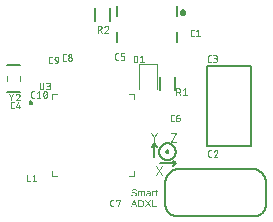
<source format=gbr>
G04 EAGLE Gerber RS-274X export*
G75*
%MOMM*%
%FSLAX34Y34*%
%LPD*%
%INSilkscreen Top*%
%IPPOS*%
%AMOC8*
5,1,8,0,0,1.08239X$1,22.5*%
G01*
G04 Define Apertures*
%ADD10C,0.152400*%
%ADD11C,0.076200*%
%ADD12C,0.127000*%
%ADD13C,0.050800*%
%ADD14C,0.203200*%
%ADD15C,0.250000*%
%ADD16C,0.120000*%
%ADD17C,0.200000*%
%ADD18C,0.125000*%
G36*
X118635Y11000D02*
X116424Y11000D01*
X116424Y16912D01*
X118379Y16912D01*
X118744Y16901D01*
X119087Y16865D01*
X119409Y16806D01*
X119710Y16724D01*
X119989Y16618D01*
X120247Y16489D01*
X120483Y16336D01*
X120698Y16159D01*
X120889Y15961D01*
X121055Y15743D01*
X121195Y15505D01*
X121310Y15247D01*
X121399Y14969D01*
X121463Y14672D01*
X121501Y14354D01*
X121514Y14017D01*
X121491Y13574D01*
X121424Y13159D01*
X121313Y12774D01*
X121157Y12416D01*
X120960Y12093D01*
X120726Y11810D01*
X120454Y11568D01*
X120146Y11365D01*
X119806Y11205D01*
X119441Y11091D01*
X119051Y11023D01*
X118635Y11000D01*
G37*
%LPC*%
G36*
X118543Y11642D02*
X118858Y11660D01*
X119154Y11713D01*
X119430Y11803D01*
X119686Y11927D01*
X119918Y12086D01*
X120122Y12276D01*
X120297Y12497D01*
X120444Y12750D01*
X120559Y13030D01*
X120642Y13335D01*
X120691Y13664D01*
X120708Y14017D01*
X120699Y14284D01*
X120670Y14534D01*
X120623Y14768D01*
X120557Y14986D01*
X120473Y15187D01*
X120369Y15372D01*
X120247Y15541D01*
X120106Y15693D01*
X119947Y15829D01*
X119771Y15946D01*
X119578Y16045D01*
X119369Y16126D01*
X119143Y16189D01*
X118899Y16234D01*
X118639Y16261D01*
X118362Y16270D01*
X117225Y16270D01*
X117225Y11642D01*
X118543Y11642D01*
G37*
%LPD*%
G36*
X110848Y11000D02*
X110017Y11000D01*
X112430Y16912D01*
X113340Y16912D01*
X115715Y11000D01*
X114897Y11000D01*
X114221Y12729D01*
X111527Y12729D01*
X110848Y11000D01*
G37*
%LPC*%
G36*
X113982Y13354D02*
X113223Y15305D01*
X112988Y15960D01*
X112874Y16308D01*
X112837Y16191D01*
X112707Y15793D01*
X112526Y15297D01*
X111771Y13354D01*
X113982Y13354D01*
G37*
%LPD*%
G36*
X124612Y20060D02*
X124291Y20083D01*
X124013Y20150D01*
X123777Y20263D01*
X123584Y20421D01*
X123434Y20618D01*
X123326Y20849D01*
X123262Y21113D01*
X123240Y21411D01*
X123247Y21582D01*
X123269Y21743D01*
X123305Y21894D01*
X123356Y22034D01*
X123421Y22165D01*
X123501Y22285D01*
X123595Y22394D01*
X123704Y22494D01*
X123829Y22583D01*
X123971Y22661D01*
X124131Y22728D01*
X124310Y22783D01*
X124505Y22828D01*
X124719Y22862D01*
X125200Y22897D01*
X126219Y22913D01*
X126219Y23161D01*
X126205Y23418D01*
X126161Y23636D01*
X126087Y23815D01*
X125984Y23954D01*
X125850Y24059D01*
X125682Y24134D01*
X125481Y24178D01*
X125246Y24193D01*
X125009Y24183D01*
X124807Y24150D01*
X124640Y24097D01*
X124507Y24021D01*
X124403Y23922D01*
X124323Y23798D01*
X124265Y23648D01*
X124230Y23472D01*
X123441Y23543D01*
X123512Y23830D01*
X123628Y24079D01*
X123788Y24290D01*
X123993Y24462D01*
X124243Y24596D01*
X124538Y24692D01*
X124878Y24749D01*
X125263Y24768D01*
X125470Y24762D01*
X125664Y24744D01*
X125845Y24713D01*
X126013Y24670D01*
X126167Y24615D01*
X126308Y24547D01*
X126436Y24468D01*
X126551Y24376D01*
X126652Y24272D01*
X126740Y24158D01*
X126814Y24032D01*
X126875Y23896D01*
X126922Y23749D01*
X126956Y23590D01*
X126976Y23421D01*
X126983Y23241D01*
X126983Y21285D01*
X127005Y20991D01*
X127033Y20875D01*
X127071Y20780D01*
X127125Y20705D01*
X127199Y20652D01*
X127293Y20620D01*
X127407Y20610D01*
X127654Y20639D01*
X127654Y20169D01*
X127366Y20119D01*
X127071Y20102D01*
X126876Y20116D01*
X126709Y20157D01*
X126570Y20226D01*
X126461Y20322D01*
X126376Y20448D01*
X126311Y20605D01*
X126267Y20793D01*
X126245Y21013D01*
X126219Y21013D01*
X126069Y20771D01*
X125906Y20568D01*
X125732Y20403D01*
X125546Y20276D01*
X125344Y20182D01*
X125120Y20114D01*
X124877Y20074D01*
X124612Y20060D01*
G37*
%LPC*%
G36*
X124784Y20627D02*
X124986Y20638D01*
X125177Y20674D01*
X125355Y20733D01*
X125523Y20815D01*
X125676Y20919D01*
X125812Y21039D01*
X125931Y21178D01*
X126033Y21334D01*
X126114Y21499D01*
X126173Y21668D01*
X126208Y21838D01*
X126219Y22011D01*
X126219Y22385D01*
X125393Y22368D01*
X125142Y22358D01*
X124924Y22336D01*
X124738Y22303D01*
X124585Y22259D01*
X124456Y22202D01*
X124342Y22131D01*
X124245Y22046D01*
X124163Y21948D01*
X124099Y21835D01*
X124053Y21706D01*
X124026Y21560D01*
X124016Y21399D01*
X124029Y21225D01*
X124066Y21071D01*
X124128Y20939D01*
X124216Y20828D01*
X124326Y20740D01*
X124457Y20677D01*
X124610Y20639D01*
X124784Y20627D01*
G37*
%LPD*%
G36*
X117066Y20144D02*
X116315Y20144D01*
X116315Y23715D01*
X116308Y24354D01*
X116289Y24684D01*
X117003Y24684D01*
X117011Y24571D01*
X117022Y24359D01*
X117036Y23908D01*
X117049Y23908D01*
X117175Y24131D01*
X117310Y24317D01*
X117454Y24467D01*
X117607Y24579D01*
X117773Y24662D01*
X117956Y24721D01*
X118157Y24756D01*
X118375Y24768D01*
X118619Y24755D01*
X118837Y24717D01*
X119028Y24653D01*
X119191Y24563D01*
X119330Y24445D01*
X119445Y24296D01*
X119538Y24117D01*
X119609Y23908D01*
X119621Y23908D01*
X119745Y24121D01*
X119881Y24301D01*
X120029Y24450D01*
X120190Y24567D01*
X120365Y24655D01*
X120559Y24718D01*
X120769Y24756D01*
X120998Y24768D01*
X121318Y24745D01*
X121592Y24675D01*
X121819Y24558D01*
X121998Y24395D01*
X122072Y24294D01*
X122135Y24178D01*
X122233Y23902D01*
X122291Y23565D01*
X122311Y23169D01*
X122311Y20144D01*
X121564Y20144D01*
X121564Y23023D01*
X121553Y23327D01*
X121519Y23580D01*
X121463Y23782D01*
X121384Y23933D01*
X121275Y24043D01*
X121131Y24122D01*
X120950Y24169D01*
X120733Y24185D01*
X120499Y24162D01*
X120293Y24093D01*
X120114Y23978D01*
X119963Y23818D01*
X119843Y23615D01*
X119757Y23373D01*
X119706Y23094D01*
X119688Y22775D01*
X119688Y20144D01*
X118941Y20144D01*
X118941Y23023D01*
X118930Y23327D01*
X118896Y23580D01*
X118840Y23782D01*
X118761Y23933D01*
X118653Y24043D01*
X118508Y24122D01*
X118327Y24169D01*
X118111Y24185D01*
X117882Y24162D01*
X117678Y24093D01*
X117500Y23977D01*
X117347Y23816D01*
X117224Y23612D01*
X117136Y23371D01*
X117083Y23092D01*
X117066Y22775D01*
X117066Y20144D01*
G37*
G36*
X112895Y20060D02*
X112632Y20066D01*
X112383Y20084D01*
X112149Y20113D01*
X111928Y20154D01*
X111722Y20207D01*
X111530Y20271D01*
X111352Y20348D01*
X111189Y20436D01*
X111039Y20535D01*
X110904Y20647D01*
X110783Y20770D01*
X110676Y20905D01*
X110583Y21052D01*
X110505Y21210D01*
X110440Y21380D01*
X110390Y21562D01*
X111167Y21718D01*
X111253Y21469D01*
X111376Y21255D01*
X111538Y21078D01*
X111737Y20935D01*
X111975Y20826D01*
X112252Y20748D01*
X112569Y20701D01*
X112925Y20685D01*
X113291Y20702D01*
X113612Y20752D01*
X113890Y20835D01*
X114123Y20952D01*
X114307Y21101D01*
X114439Y21281D01*
X114518Y21492D01*
X114538Y21609D01*
X114544Y21734D01*
X114536Y21872D01*
X114511Y21997D01*
X114470Y22107D01*
X114412Y22204D01*
X114253Y22369D01*
X114041Y22502D01*
X113779Y22610D01*
X113470Y22699D01*
X112736Y22872D01*
X112120Y23027D01*
X111672Y23182D01*
X111347Y23346D01*
X111099Y23528D01*
X110914Y23735D01*
X110778Y23975D01*
X110730Y24108D01*
X110695Y24250D01*
X110674Y24402D01*
X110667Y24563D01*
X110676Y24747D01*
X110704Y24921D01*
X110749Y25083D01*
X110812Y25235D01*
X110894Y25376D01*
X110994Y25506D01*
X111112Y25625D01*
X111248Y25733D01*
X111401Y25830D01*
X111570Y25913D01*
X111755Y25984D01*
X111955Y26042D01*
X112171Y26087D01*
X112402Y26119D01*
X112649Y26138D01*
X112912Y26145D01*
X113386Y26125D01*
X113801Y26067D01*
X114156Y25971D01*
X114452Y25836D01*
X114580Y25752D01*
X114699Y25655D01*
X114905Y25419D01*
X115072Y25129D01*
X115199Y24785D01*
X114410Y24646D01*
X114330Y24865D01*
X114221Y25052D01*
X114083Y25206D01*
X113915Y25328D01*
X113715Y25421D01*
X113480Y25487D01*
X113209Y25527D01*
X112904Y25540D01*
X112570Y25526D01*
X112279Y25482D01*
X112029Y25408D01*
X111821Y25305D01*
X111658Y25173D01*
X111541Y25013D01*
X111471Y24823D01*
X111448Y24605D01*
X111457Y24474D01*
X111484Y24355D01*
X111529Y24249D01*
X111592Y24153D01*
X111769Y23989D01*
X112010Y23851D01*
X112180Y23786D01*
X112418Y23713D01*
X113097Y23547D01*
X113640Y23419D01*
X113905Y23348D01*
X114158Y23264D01*
X114398Y23166D01*
X114622Y23052D01*
X114824Y22917D01*
X114998Y22754D01*
X115140Y22562D01*
X115247Y22339D01*
X115315Y22078D01*
X115338Y21776D01*
X115328Y21578D01*
X115298Y21390D01*
X115248Y21215D01*
X115178Y21050D01*
X115088Y20898D01*
X114978Y20757D01*
X114848Y20627D01*
X114698Y20509D01*
X114529Y20404D01*
X114345Y20313D01*
X114144Y20235D01*
X113927Y20172D01*
X113694Y20123D01*
X113444Y20088D01*
X113178Y20067D01*
X112895Y20060D01*
G37*
G36*
X123016Y11000D02*
X122131Y11000D01*
X124380Y14072D01*
X122303Y16912D01*
X123188Y16912D01*
X124833Y14592D01*
X126432Y16912D01*
X127317Y16912D01*
X125294Y14101D01*
X127489Y11000D01*
X126604Y11000D01*
X124829Y13585D01*
X123016Y11000D01*
G37*
G36*
X132150Y11000D02*
X128361Y11000D01*
X128361Y16912D01*
X129163Y16912D01*
X129163Y11655D01*
X132150Y11655D01*
X132150Y11000D01*
G37*
G36*
X132061Y20077D02*
X131849Y20093D01*
X131664Y20141D01*
X131509Y20221D01*
X131381Y20334D01*
X131282Y20478D01*
X131211Y20655D01*
X131169Y20864D01*
X131155Y21105D01*
X131155Y24135D01*
X130630Y24135D01*
X130630Y24684D01*
X131184Y24684D01*
X131406Y25700D01*
X131910Y25700D01*
X131910Y24684D01*
X132749Y24684D01*
X132749Y24135D01*
X131910Y24135D01*
X131910Y21269D01*
X131917Y21117D01*
X131937Y20990D01*
X131970Y20887D01*
X132017Y20809D01*
X132080Y20751D01*
X132163Y20710D01*
X132266Y20685D01*
X132388Y20677D01*
X132573Y20692D01*
X132825Y20736D01*
X132825Y20178D01*
X132447Y20102D01*
X132255Y20083D01*
X132061Y20077D01*
G37*
G36*
X129007Y20144D02*
X128252Y20144D01*
X128252Y23627D01*
X128227Y24684D01*
X128940Y24684D01*
X128974Y23757D01*
X128991Y23757D01*
X129084Y24025D01*
X129185Y24248D01*
X129292Y24424D01*
X129406Y24554D01*
X129536Y24648D01*
X129689Y24715D01*
X129867Y24755D01*
X130069Y24768D01*
X130221Y24758D01*
X130375Y24726D01*
X130375Y24034D01*
X130199Y24065D01*
X129973Y24076D01*
X129859Y24069D01*
X129751Y24051D01*
X129558Y23975D01*
X129393Y23848D01*
X129255Y23671D01*
X129147Y23447D01*
X129069Y23178D01*
X129023Y22866D01*
X129007Y22511D01*
X129007Y20144D01*
G37*
D10*
X133929Y58000D02*
X133931Y58174D01*
X133938Y58347D01*
X133948Y58520D01*
X133963Y58693D01*
X133982Y58866D01*
X134006Y59038D01*
X134033Y59209D01*
X134065Y59379D01*
X134101Y59549D01*
X134141Y59718D01*
X134185Y59886D01*
X134233Y60053D01*
X134286Y60218D01*
X134342Y60382D01*
X134403Y60545D01*
X134467Y60706D01*
X134536Y60865D01*
X134608Y61023D01*
X134684Y61179D01*
X134764Y61333D01*
X134848Y61485D01*
X134935Y61635D01*
X135026Y61783D01*
X135121Y61928D01*
X135219Y62072D01*
X135321Y62212D01*
X135426Y62350D01*
X135534Y62486D01*
X135646Y62619D01*
X135761Y62749D01*
X135879Y62876D01*
X136000Y63000D01*
X136124Y63121D01*
X136251Y63239D01*
X136381Y63354D01*
X136514Y63466D01*
X136650Y63574D01*
X136788Y63679D01*
X136928Y63781D01*
X137072Y63879D01*
X137217Y63974D01*
X137365Y64065D01*
X137515Y64152D01*
X137667Y64236D01*
X137821Y64316D01*
X137977Y64392D01*
X138135Y64464D01*
X138294Y64533D01*
X138455Y64597D01*
X138618Y64658D01*
X138782Y64714D01*
X138947Y64767D01*
X139114Y64815D01*
X139282Y64859D01*
X139451Y64899D01*
X139621Y64935D01*
X139791Y64967D01*
X139962Y64994D01*
X140134Y65018D01*
X140307Y65037D01*
X140480Y65052D01*
X140653Y65062D01*
X140826Y65069D01*
X141000Y65071D01*
X141174Y65069D01*
X141347Y65062D01*
X141520Y65052D01*
X141693Y65037D01*
X141866Y65018D01*
X142038Y64994D01*
X142209Y64967D01*
X142379Y64935D01*
X142549Y64899D01*
X142718Y64859D01*
X142886Y64815D01*
X143053Y64767D01*
X143218Y64714D01*
X143382Y64658D01*
X143545Y64597D01*
X143706Y64533D01*
X143865Y64464D01*
X144023Y64392D01*
X144179Y64316D01*
X144333Y64236D01*
X144485Y64152D01*
X144635Y64065D01*
X144783Y63974D01*
X144928Y63879D01*
X145072Y63781D01*
X145212Y63679D01*
X145350Y63574D01*
X145486Y63466D01*
X145619Y63354D01*
X145749Y63239D01*
X145876Y63121D01*
X146000Y63000D01*
X146121Y62876D01*
X146239Y62749D01*
X146354Y62619D01*
X146466Y62486D01*
X146574Y62350D01*
X146679Y62212D01*
X146781Y62072D01*
X146879Y61928D01*
X146974Y61783D01*
X147065Y61635D01*
X147152Y61485D01*
X147236Y61333D01*
X147316Y61179D01*
X147392Y61023D01*
X147464Y60865D01*
X147533Y60706D01*
X147597Y60545D01*
X147658Y60382D01*
X147714Y60218D01*
X147767Y60053D01*
X147815Y59886D01*
X147859Y59718D01*
X147899Y59549D01*
X147935Y59379D01*
X147967Y59209D01*
X147994Y59038D01*
X148018Y58866D01*
X148037Y58693D01*
X148052Y58520D01*
X148062Y58347D01*
X148069Y58174D01*
X148071Y58000D01*
X148069Y57826D01*
X148062Y57653D01*
X148052Y57480D01*
X148037Y57307D01*
X148018Y57134D01*
X147994Y56962D01*
X147967Y56791D01*
X147935Y56621D01*
X147899Y56451D01*
X147859Y56282D01*
X147815Y56114D01*
X147767Y55947D01*
X147714Y55782D01*
X147658Y55618D01*
X147597Y55455D01*
X147533Y55294D01*
X147464Y55135D01*
X147392Y54977D01*
X147316Y54821D01*
X147236Y54667D01*
X147152Y54515D01*
X147065Y54365D01*
X146974Y54217D01*
X146879Y54072D01*
X146781Y53928D01*
X146679Y53788D01*
X146574Y53650D01*
X146466Y53514D01*
X146354Y53381D01*
X146239Y53251D01*
X146121Y53124D01*
X146000Y53000D01*
X145876Y52879D01*
X145749Y52761D01*
X145619Y52646D01*
X145486Y52534D01*
X145350Y52426D01*
X145212Y52321D01*
X145072Y52219D01*
X144928Y52121D01*
X144783Y52026D01*
X144635Y51935D01*
X144485Y51848D01*
X144333Y51764D01*
X144179Y51684D01*
X144023Y51608D01*
X143865Y51536D01*
X143706Y51467D01*
X143545Y51403D01*
X143382Y51342D01*
X143218Y51286D01*
X143053Y51233D01*
X142886Y51185D01*
X142718Y51141D01*
X142549Y51101D01*
X142379Y51065D01*
X142209Y51033D01*
X142038Y51006D01*
X141866Y50982D01*
X141693Y50963D01*
X141520Y50948D01*
X141347Y50938D01*
X141174Y50931D01*
X141000Y50929D01*
X140826Y50931D01*
X140653Y50938D01*
X140480Y50948D01*
X140307Y50963D01*
X140134Y50982D01*
X139962Y51006D01*
X139791Y51033D01*
X139621Y51065D01*
X139451Y51101D01*
X139282Y51141D01*
X139114Y51185D01*
X138947Y51233D01*
X138782Y51286D01*
X138618Y51342D01*
X138455Y51403D01*
X138294Y51467D01*
X138135Y51536D01*
X137977Y51608D01*
X137821Y51684D01*
X137667Y51764D01*
X137515Y51848D01*
X137365Y51935D01*
X137217Y52026D01*
X137072Y52121D01*
X136928Y52219D01*
X136788Y52321D01*
X136650Y52426D01*
X136514Y52534D01*
X136381Y52646D01*
X136251Y52761D01*
X136124Y52879D01*
X136000Y53000D01*
X135879Y53124D01*
X135761Y53251D01*
X135646Y53381D01*
X135534Y53514D01*
X135426Y53650D01*
X135321Y53788D01*
X135219Y53928D01*
X135121Y54072D01*
X135026Y54217D01*
X134935Y54365D01*
X134848Y54515D01*
X134764Y54667D01*
X134684Y54821D01*
X134608Y54977D01*
X134536Y55135D01*
X134467Y55294D01*
X134403Y55455D01*
X134342Y55618D01*
X134286Y55782D01*
X134233Y55947D01*
X134185Y56114D01*
X134141Y56282D01*
X134101Y56451D01*
X134065Y56621D01*
X134033Y56791D01*
X134006Y56962D01*
X133982Y57134D01*
X133963Y57307D01*
X133948Y57480D01*
X133938Y57653D01*
X133931Y57826D01*
X133929Y58000D01*
X140000Y58000D02*
X140002Y58063D01*
X140008Y58125D01*
X140018Y58187D01*
X140031Y58249D01*
X140049Y58309D01*
X140070Y58368D01*
X140095Y58426D01*
X140124Y58482D01*
X140156Y58536D01*
X140191Y58588D01*
X140229Y58637D01*
X140271Y58685D01*
X140315Y58729D01*
X140363Y58771D01*
X140412Y58809D01*
X140464Y58844D01*
X140518Y58876D01*
X140574Y58905D01*
X140632Y58930D01*
X140691Y58951D01*
X140751Y58969D01*
X140813Y58982D01*
X140875Y58992D01*
X140937Y58998D01*
X141000Y59000D01*
X141063Y58998D01*
X141125Y58992D01*
X141187Y58982D01*
X141249Y58969D01*
X141309Y58951D01*
X141368Y58930D01*
X141426Y58905D01*
X141482Y58876D01*
X141536Y58844D01*
X141588Y58809D01*
X141637Y58771D01*
X141685Y58729D01*
X141729Y58685D01*
X141771Y58637D01*
X141809Y58588D01*
X141844Y58536D01*
X141876Y58482D01*
X141905Y58426D01*
X141930Y58368D01*
X141951Y58309D01*
X141969Y58249D01*
X141982Y58187D01*
X141992Y58125D01*
X141998Y58063D01*
X142000Y58000D01*
X141998Y57937D01*
X141992Y57875D01*
X141982Y57813D01*
X141969Y57751D01*
X141951Y57691D01*
X141930Y57632D01*
X141905Y57574D01*
X141876Y57518D01*
X141844Y57464D01*
X141809Y57412D01*
X141771Y57363D01*
X141729Y57315D01*
X141685Y57271D01*
X141637Y57229D01*
X141588Y57191D01*
X141536Y57156D01*
X141482Y57124D01*
X141426Y57095D01*
X141368Y57070D01*
X141309Y57049D01*
X141249Y57031D01*
X141187Y57018D01*
X141125Y57008D01*
X141063Y57002D01*
X141000Y57000D01*
X140937Y57002D01*
X140875Y57008D01*
X140813Y57018D01*
X140751Y57031D01*
X140691Y57049D01*
X140632Y57070D01*
X140574Y57095D01*
X140518Y57124D01*
X140464Y57156D01*
X140412Y57191D01*
X140363Y57229D01*
X140315Y57271D01*
X140271Y57315D01*
X140229Y57363D01*
X140191Y57412D01*
X140156Y57464D01*
X140124Y57518D01*
X140095Y57574D01*
X140070Y57632D01*
X140049Y57691D01*
X140031Y57751D01*
X140018Y57813D01*
X140008Y57875D01*
X140002Y57937D01*
X140000Y58000D01*
X130000Y53000D02*
X130000Y65000D01*
X128000Y62000D01*
X130000Y65000D02*
X132000Y62000D01*
X135000Y48000D02*
X148000Y48000D01*
X146000Y50000D01*
X148000Y48000D02*
X146000Y46000D01*
D11*
X144381Y73747D02*
X148473Y73747D01*
X144381Y66381D01*
X148473Y66381D01*
X129836Y70269D02*
X127381Y73747D01*
X129836Y70269D02*
X132292Y73747D01*
X129836Y70269D02*
X129836Y66381D01*
X136292Y45747D02*
X131381Y38381D01*
X136292Y38381D02*
X131381Y45747D01*
D12*
X80000Y168937D02*
X80000Y179937D01*
X92720Y179937D02*
X92720Y168937D01*
D13*
X82286Y164396D02*
X82286Y158808D01*
X82286Y164396D02*
X83838Y164396D01*
X83915Y164394D01*
X83993Y164388D01*
X84069Y164379D01*
X84146Y164365D01*
X84221Y164348D01*
X84295Y164327D01*
X84369Y164302D01*
X84441Y164274D01*
X84511Y164242D01*
X84580Y164207D01*
X84647Y164168D01*
X84712Y164126D01*
X84775Y164081D01*
X84836Y164033D01*
X84894Y163982D01*
X84949Y163928D01*
X85002Y163871D01*
X85051Y163812D01*
X85098Y163750D01*
X85142Y163686D01*
X85182Y163620D01*
X85219Y163552D01*
X85253Y163482D01*
X85283Y163411D01*
X85309Y163338D01*
X85332Y163264D01*
X85351Y163189D01*
X85366Y163114D01*
X85378Y163037D01*
X85386Y162960D01*
X85390Y162883D01*
X85390Y162805D01*
X85386Y162728D01*
X85378Y162651D01*
X85366Y162574D01*
X85351Y162499D01*
X85332Y162424D01*
X85309Y162350D01*
X85283Y162277D01*
X85253Y162206D01*
X85219Y162136D01*
X85182Y162068D01*
X85142Y162002D01*
X85098Y161938D01*
X85051Y161876D01*
X85002Y161817D01*
X84949Y161760D01*
X84894Y161706D01*
X84836Y161655D01*
X84775Y161607D01*
X84712Y161562D01*
X84647Y161520D01*
X84580Y161481D01*
X84511Y161446D01*
X84441Y161414D01*
X84369Y161386D01*
X84295Y161361D01*
X84221Y161340D01*
X84146Y161323D01*
X84069Y161309D01*
X83993Y161300D01*
X83915Y161294D01*
X83838Y161292D01*
X82286Y161292D01*
X84149Y161292D02*
X85391Y158808D01*
X90841Y162999D02*
X90839Y163072D01*
X90833Y163145D01*
X90824Y163218D01*
X90810Y163289D01*
X90793Y163361D01*
X90773Y163431D01*
X90748Y163500D01*
X90720Y163567D01*
X90689Y163633D01*
X90654Y163698D01*
X90616Y163760D01*
X90574Y163820D01*
X90530Y163878D01*
X90482Y163934D01*
X90432Y163987D01*
X90379Y164037D01*
X90323Y164085D01*
X90265Y164129D01*
X90205Y164171D01*
X90143Y164209D01*
X90078Y164244D01*
X90012Y164275D01*
X89945Y164303D01*
X89876Y164328D01*
X89806Y164348D01*
X89734Y164365D01*
X89663Y164379D01*
X89590Y164388D01*
X89517Y164394D01*
X89444Y164396D01*
X89360Y164394D01*
X89277Y164388D01*
X89194Y164379D01*
X89112Y164365D01*
X89030Y164348D01*
X88949Y164326D01*
X88869Y164301D01*
X88791Y164273D01*
X88713Y164241D01*
X88638Y164205D01*
X88564Y164166D01*
X88492Y164123D01*
X88422Y164077D01*
X88355Y164028D01*
X88289Y163975D01*
X88227Y163920D01*
X88167Y163862D01*
X88109Y163801D01*
X88055Y163738D01*
X88003Y163672D01*
X87955Y163604D01*
X87910Y163533D01*
X87868Y163461D01*
X87830Y163386D01*
X87795Y163310D01*
X87764Y163233D01*
X87736Y163154D01*
X90374Y161913D02*
X90428Y161966D01*
X90479Y162023D01*
X90527Y162082D01*
X90572Y162143D01*
X90613Y162206D01*
X90652Y162272D01*
X90687Y162339D01*
X90719Y162408D01*
X90747Y162479D01*
X90771Y162550D01*
X90792Y162623D01*
X90809Y162697D01*
X90823Y162772D01*
X90832Y162847D01*
X90838Y162923D01*
X90840Y162999D01*
X90375Y161912D02*
X87736Y158808D01*
X90841Y158808D01*
D14*
X148826Y173015D02*
X148826Y181015D01*
X148826Y159015D02*
X148826Y151015D01*
X98826Y151015D02*
X98826Y159015D01*
X98826Y173015D02*
X98826Y181015D01*
D15*
X152326Y176015D02*
X152328Y176092D01*
X152334Y176169D01*
X152344Y176246D01*
X152358Y176322D01*
X152375Y176397D01*
X152397Y176471D01*
X152422Y176544D01*
X152452Y176616D01*
X152484Y176686D01*
X152521Y176754D01*
X152560Y176820D01*
X152603Y176884D01*
X152650Y176946D01*
X152699Y177005D01*
X152752Y177062D01*
X152807Y177116D01*
X152865Y177167D01*
X152926Y177215D01*
X152989Y177260D01*
X153054Y177301D01*
X153121Y177339D01*
X153190Y177374D01*
X153261Y177404D01*
X153333Y177432D01*
X153407Y177455D01*
X153481Y177475D01*
X153557Y177491D01*
X153633Y177503D01*
X153710Y177511D01*
X153787Y177515D01*
X153865Y177515D01*
X153942Y177511D01*
X154019Y177503D01*
X154095Y177491D01*
X154171Y177475D01*
X154245Y177455D01*
X154319Y177432D01*
X154391Y177404D01*
X154462Y177374D01*
X154531Y177339D01*
X154598Y177301D01*
X154663Y177260D01*
X154726Y177215D01*
X154787Y177167D01*
X154845Y177116D01*
X154900Y177062D01*
X154953Y177005D01*
X155002Y176946D01*
X155049Y176884D01*
X155092Y176820D01*
X155131Y176754D01*
X155168Y176686D01*
X155200Y176616D01*
X155230Y176544D01*
X155255Y176471D01*
X155277Y176397D01*
X155294Y176322D01*
X155308Y176246D01*
X155318Y176169D01*
X155324Y176092D01*
X155326Y176015D01*
X155324Y175938D01*
X155318Y175861D01*
X155308Y175784D01*
X155294Y175708D01*
X155277Y175633D01*
X155255Y175559D01*
X155230Y175486D01*
X155200Y175414D01*
X155168Y175344D01*
X155131Y175276D01*
X155092Y175210D01*
X155049Y175146D01*
X155002Y175084D01*
X154953Y175025D01*
X154900Y174968D01*
X154845Y174914D01*
X154787Y174863D01*
X154726Y174815D01*
X154663Y174770D01*
X154598Y174729D01*
X154531Y174691D01*
X154462Y174656D01*
X154391Y174626D01*
X154319Y174598D01*
X154245Y174575D01*
X154171Y174555D01*
X154095Y174539D01*
X154019Y174527D01*
X153942Y174519D01*
X153865Y174515D01*
X153787Y174515D01*
X153710Y174519D01*
X153633Y174527D01*
X153557Y174539D01*
X153481Y174555D01*
X153407Y174575D01*
X153333Y174598D01*
X153261Y174626D01*
X153190Y174656D01*
X153121Y174691D01*
X153054Y174729D01*
X152989Y174770D01*
X152926Y174815D01*
X152865Y174863D01*
X152807Y174914D01*
X152752Y174968D01*
X152699Y175025D01*
X152650Y175084D01*
X152603Y175146D01*
X152560Y175210D01*
X152521Y175276D01*
X152484Y175344D01*
X152452Y175414D01*
X152422Y175486D01*
X152397Y175559D01*
X152375Y175633D01*
X152358Y175708D01*
X152344Y175784D01*
X152334Y175861D01*
X152328Y175938D01*
X152326Y176015D01*
D10*
X174673Y63137D02*
X211757Y63137D01*
X211757Y130193D01*
X174673Y130193D01*
X174673Y63137D01*
D12*
X139380Y13010D02*
X139383Y12780D01*
X139391Y12551D01*
X139405Y12322D01*
X139424Y12093D01*
X139449Y11865D01*
X139480Y11637D01*
X139516Y11411D01*
X139557Y11185D01*
X139604Y10960D01*
X139656Y10737D01*
X139714Y10514D01*
X139777Y10294D01*
X139845Y10074D01*
X139919Y9857D01*
X139997Y9641D01*
X140081Y9428D01*
X140170Y9216D01*
X140265Y9007D01*
X140364Y8800D01*
X140468Y8595D01*
X140577Y8393D01*
X140691Y8194D01*
X140810Y7997D01*
X140934Y7804D01*
X141062Y7613D01*
X141194Y7426D01*
X141332Y7242D01*
X141473Y7061D01*
X141619Y6884D01*
X141769Y6710D01*
X141923Y6540D01*
X142082Y6374D01*
X142244Y6212D01*
X142410Y6053D01*
X142580Y5899D01*
X142754Y5749D01*
X142931Y5603D01*
X143112Y5462D01*
X143296Y5324D01*
X143483Y5192D01*
X143674Y5064D01*
X143867Y4940D01*
X144064Y4821D01*
X144263Y4707D01*
X144465Y4598D01*
X144670Y4494D01*
X144877Y4395D01*
X145086Y4300D01*
X145298Y4211D01*
X145511Y4127D01*
X145727Y4049D01*
X145944Y3975D01*
X146164Y3907D01*
X146384Y3844D01*
X146607Y3786D01*
X146830Y3734D01*
X147055Y3687D01*
X147281Y3646D01*
X147507Y3610D01*
X147735Y3579D01*
X147963Y3554D01*
X148192Y3535D01*
X148421Y3521D01*
X148650Y3513D01*
X148880Y3510D01*
X139380Y13010D02*
X139380Y30860D01*
X139360Y31138D01*
X139346Y31417D01*
X139338Y31696D01*
X139338Y31975D01*
X139344Y32253D01*
X139357Y32532D01*
X139376Y32810D01*
X139403Y33088D01*
X139436Y33365D01*
X139475Y33641D01*
X139522Y33916D01*
X139575Y34190D01*
X139634Y34463D01*
X139700Y34734D01*
X139773Y35003D01*
X139852Y35270D01*
X139938Y35536D01*
X140030Y35799D01*
X140128Y36060D01*
X140233Y36319D01*
X140344Y36575D01*
X140461Y36828D01*
X140584Y37078D01*
X140713Y37325D01*
X140848Y37570D01*
X140989Y37810D01*
X141136Y38048D01*
X141288Y38281D01*
X141446Y38511D01*
X141609Y38737D01*
X141778Y38959D01*
X141952Y39177D01*
X142132Y39391D01*
X142316Y39600D01*
X142506Y39804D01*
X142700Y40005D01*
X142899Y40200D01*
X143103Y40390D01*
X143312Y40576D01*
X143525Y40756D01*
X143742Y40931D01*
X143963Y41101D01*
X144188Y41265D01*
X144417Y41424D01*
X144650Y41578D01*
X144887Y41725D01*
X145127Y41867D01*
X145371Y42003D01*
X145617Y42134D01*
X145867Y42258D01*
X146120Y42376D01*
X146375Y42488D01*
X146634Y42594D01*
X146894Y42693D01*
X147157Y42786D01*
X147422Y42873D01*
X147689Y42953D01*
X147958Y43027D01*
X148229Y43094D01*
X148501Y43155D01*
X148775Y43209D01*
X149050Y43257D01*
X149326Y43298D01*
X149602Y43332D01*
X149880Y43360D01*
X213880Y43360D01*
X214158Y43332D01*
X214434Y43298D01*
X214710Y43257D01*
X214985Y43209D01*
X215259Y43155D01*
X215531Y43094D01*
X215802Y43027D01*
X216071Y42953D01*
X216338Y42873D01*
X216603Y42786D01*
X216866Y42693D01*
X217126Y42594D01*
X217385Y42488D01*
X217640Y42376D01*
X217893Y42258D01*
X218143Y42134D01*
X218389Y42003D01*
X218633Y41867D01*
X218873Y41725D01*
X219110Y41578D01*
X219343Y41424D01*
X219572Y41265D01*
X219797Y41101D01*
X220018Y40931D01*
X220235Y40756D01*
X220448Y40576D01*
X220657Y40390D01*
X220861Y40200D01*
X221060Y40005D01*
X221254Y39804D01*
X221444Y39600D01*
X221628Y39391D01*
X221808Y39177D01*
X221982Y38959D01*
X222151Y38737D01*
X222314Y38511D01*
X222472Y38281D01*
X222624Y38048D01*
X222771Y37810D01*
X222912Y37570D01*
X223047Y37325D01*
X223176Y37078D01*
X223299Y36828D01*
X223416Y36575D01*
X223527Y36319D01*
X223632Y36060D01*
X223730Y35799D01*
X223822Y35536D01*
X223908Y35270D01*
X223987Y35003D01*
X224060Y34734D01*
X224126Y34463D01*
X224185Y34190D01*
X224238Y33916D01*
X224285Y33641D01*
X224324Y33365D01*
X224357Y33088D01*
X224384Y32810D01*
X224403Y32532D01*
X224416Y32253D01*
X224422Y31975D01*
X224422Y31696D01*
X224414Y31417D01*
X224400Y31138D01*
X224380Y30860D01*
X224380Y13010D01*
X224377Y12780D01*
X224369Y12551D01*
X224355Y12322D01*
X224336Y12093D01*
X224311Y11865D01*
X224280Y11637D01*
X224244Y11411D01*
X224203Y11185D01*
X224156Y10960D01*
X224104Y10737D01*
X224046Y10514D01*
X223983Y10294D01*
X223915Y10074D01*
X223841Y9857D01*
X223763Y9641D01*
X223679Y9428D01*
X223590Y9216D01*
X223495Y9007D01*
X223396Y8800D01*
X223292Y8595D01*
X223183Y8393D01*
X223069Y8194D01*
X222950Y7997D01*
X222826Y7804D01*
X222698Y7613D01*
X222566Y7426D01*
X222428Y7242D01*
X222287Y7061D01*
X222141Y6884D01*
X221991Y6710D01*
X221837Y6540D01*
X221678Y6374D01*
X221516Y6212D01*
X221350Y6053D01*
X221180Y5899D01*
X221006Y5749D01*
X220829Y5603D01*
X220648Y5462D01*
X220464Y5324D01*
X220277Y5192D01*
X220086Y5064D01*
X219893Y4940D01*
X219696Y4821D01*
X219497Y4707D01*
X219295Y4598D01*
X219090Y4494D01*
X218883Y4395D01*
X218674Y4300D01*
X218462Y4211D01*
X218249Y4127D01*
X218033Y4049D01*
X217816Y3975D01*
X217596Y3907D01*
X217376Y3844D01*
X217153Y3786D01*
X216930Y3734D01*
X216705Y3687D01*
X216479Y3646D01*
X216253Y3610D01*
X216025Y3579D01*
X215797Y3554D01*
X215568Y3535D01*
X215339Y3521D01*
X215110Y3513D01*
X214880Y3510D01*
X148880Y3510D01*
D13*
X177003Y53684D02*
X178245Y53684D01*
X177003Y53684D02*
X176933Y53686D01*
X176864Y53692D01*
X176795Y53702D01*
X176727Y53715D01*
X176659Y53733D01*
X176593Y53754D01*
X176528Y53779D01*
X176464Y53807D01*
X176402Y53839D01*
X176342Y53874D01*
X176284Y53913D01*
X176229Y53955D01*
X176175Y54000D01*
X176125Y54048D01*
X176077Y54098D01*
X176032Y54152D01*
X175990Y54207D01*
X175951Y54265D01*
X175916Y54325D01*
X175884Y54387D01*
X175856Y54451D01*
X175831Y54516D01*
X175810Y54582D01*
X175792Y54650D01*
X175779Y54718D01*
X175769Y54787D01*
X175763Y54856D01*
X175761Y54926D01*
X175761Y58030D01*
X175763Y58100D01*
X175769Y58169D01*
X175779Y58238D01*
X175792Y58306D01*
X175810Y58374D01*
X175831Y58440D01*
X175856Y58505D01*
X175884Y58569D01*
X175916Y58631D01*
X175951Y58691D01*
X175990Y58749D01*
X176032Y58804D01*
X176077Y58858D01*
X176125Y58908D01*
X176175Y58956D01*
X176229Y59001D01*
X176284Y59043D01*
X176342Y59082D01*
X176402Y59117D01*
X176464Y59149D01*
X176528Y59177D01*
X176593Y59202D01*
X176659Y59223D01*
X176727Y59241D01*
X176795Y59254D01*
X176864Y59264D01*
X176933Y59270D01*
X177003Y59272D01*
X178245Y59272D01*
X182057Y59272D02*
X182130Y59270D01*
X182203Y59264D01*
X182276Y59255D01*
X182347Y59241D01*
X182419Y59224D01*
X182489Y59204D01*
X182558Y59179D01*
X182625Y59151D01*
X182691Y59120D01*
X182756Y59085D01*
X182818Y59047D01*
X182878Y59005D01*
X182936Y58961D01*
X182992Y58913D01*
X183045Y58863D01*
X183095Y58810D01*
X183143Y58754D01*
X183187Y58696D01*
X183229Y58636D01*
X183267Y58574D01*
X183302Y58509D01*
X183333Y58443D01*
X183361Y58376D01*
X183386Y58307D01*
X183406Y58237D01*
X183423Y58165D01*
X183437Y58094D01*
X183446Y58021D01*
X183452Y57948D01*
X183454Y57875D01*
X182057Y59272D02*
X181973Y59270D01*
X181890Y59264D01*
X181807Y59255D01*
X181725Y59241D01*
X181643Y59224D01*
X181562Y59202D01*
X181482Y59177D01*
X181404Y59149D01*
X181326Y59117D01*
X181251Y59081D01*
X181177Y59042D01*
X181105Y58999D01*
X181035Y58953D01*
X180968Y58904D01*
X180902Y58851D01*
X180840Y58796D01*
X180780Y58738D01*
X180722Y58677D01*
X180668Y58614D01*
X180616Y58548D01*
X180568Y58480D01*
X180523Y58409D01*
X180481Y58337D01*
X180443Y58262D01*
X180408Y58186D01*
X180377Y58109D01*
X180349Y58030D01*
X182987Y56789D02*
X183041Y56842D01*
X183092Y56899D01*
X183140Y56958D01*
X183185Y57019D01*
X183226Y57082D01*
X183265Y57148D01*
X183300Y57215D01*
X183332Y57284D01*
X183360Y57355D01*
X183384Y57426D01*
X183405Y57499D01*
X183422Y57573D01*
X183436Y57648D01*
X183445Y57723D01*
X183451Y57799D01*
X183453Y57875D01*
X182988Y56788D02*
X180349Y53684D01*
X183454Y53684D01*
D16*
X43000Y102800D02*
X43000Y107000D01*
X47200Y107000D01*
X43000Y41200D02*
X43000Y37000D01*
X47200Y37000D01*
X113000Y37000D02*
X113000Y41200D01*
X113000Y37000D02*
X108800Y37000D01*
X113000Y102800D02*
X113000Y107000D01*
X108800Y107000D01*
D17*
X24500Y99500D02*
X24502Y99563D01*
X24508Y99625D01*
X24518Y99687D01*
X24531Y99749D01*
X24549Y99809D01*
X24570Y99868D01*
X24595Y99926D01*
X24624Y99982D01*
X24656Y100036D01*
X24691Y100088D01*
X24729Y100137D01*
X24771Y100185D01*
X24815Y100229D01*
X24863Y100271D01*
X24912Y100309D01*
X24964Y100344D01*
X25018Y100376D01*
X25074Y100405D01*
X25132Y100430D01*
X25191Y100451D01*
X25251Y100469D01*
X25313Y100482D01*
X25375Y100492D01*
X25437Y100498D01*
X25500Y100500D01*
X25563Y100498D01*
X25625Y100492D01*
X25687Y100482D01*
X25749Y100469D01*
X25809Y100451D01*
X25868Y100430D01*
X25926Y100405D01*
X25982Y100376D01*
X26036Y100344D01*
X26088Y100309D01*
X26137Y100271D01*
X26185Y100229D01*
X26229Y100185D01*
X26271Y100137D01*
X26309Y100088D01*
X26344Y100036D01*
X26376Y99982D01*
X26405Y99926D01*
X26430Y99868D01*
X26451Y99809D01*
X26469Y99749D01*
X26482Y99687D01*
X26492Y99625D01*
X26498Y99563D01*
X26500Y99500D01*
X26498Y99437D01*
X26492Y99375D01*
X26482Y99313D01*
X26469Y99251D01*
X26451Y99191D01*
X26430Y99132D01*
X26405Y99074D01*
X26376Y99018D01*
X26344Y98964D01*
X26309Y98912D01*
X26271Y98863D01*
X26229Y98815D01*
X26185Y98771D01*
X26137Y98729D01*
X26088Y98691D01*
X26036Y98656D01*
X25982Y98624D01*
X25926Y98595D01*
X25868Y98570D01*
X25809Y98549D01*
X25749Y98531D01*
X25687Y98518D01*
X25625Y98508D01*
X25563Y98502D01*
X25500Y98500D01*
X25437Y98502D01*
X25375Y98508D01*
X25313Y98518D01*
X25251Y98531D01*
X25191Y98549D01*
X25132Y98570D01*
X25074Y98595D01*
X25018Y98624D01*
X24964Y98656D01*
X24912Y98691D01*
X24863Y98729D01*
X24815Y98771D01*
X24771Y98815D01*
X24729Y98863D01*
X24691Y98912D01*
X24656Y98964D01*
X24624Y99018D01*
X24595Y99074D01*
X24570Y99132D01*
X24549Y99191D01*
X24531Y99251D01*
X24518Y99313D01*
X24508Y99375D01*
X24502Y99437D01*
X24500Y99500D01*
D13*
X32854Y112226D02*
X32854Y116262D01*
X32854Y112226D02*
X32856Y112149D01*
X32862Y112071D01*
X32871Y111995D01*
X32885Y111918D01*
X32902Y111843D01*
X32923Y111769D01*
X32948Y111695D01*
X32976Y111623D01*
X33008Y111553D01*
X33043Y111484D01*
X33082Y111417D01*
X33124Y111352D01*
X33169Y111289D01*
X33217Y111228D01*
X33268Y111170D01*
X33322Y111115D01*
X33379Y111062D01*
X33438Y111013D01*
X33500Y110966D01*
X33564Y110922D01*
X33630Y110882D01*
X33698Y110845D01*
X33768Y110811D01*
X33839Y110781D01*
X33912Y110755D01*
X33986Y110732D01*
X34061Y110713D01*
X34136Y110698D01*
X34213Y110686D01*
X34290Y110678D01*
X34367Y110674D01*
X34445Y110674D01*
X34522Y110678D01*
X34599Y110686D01*
X34676Y110698D01*
X34751Y110713D01*
X34826Y110732D01*
X34900Y110755D01*
X34973Y110781D01*
X35044Y110811D01*
X35114Y110845D01*
X35182Y110882D01*
X35248Y110922D01*
X35312Y110966D01*
X35374Y111013D01*
X35433Y111062D01*
X35490Y111115D01*
X35544Y111170D01*
X35595Y111228D01*
X35643Y111289D01*
X35688Y111352D01*
X35730Y111417D01*
X35769Y111484D01*
X35804Y111553D01*
X35836Y111623D01*
X35864Y111695D01*
X35889Y111769D01*
X35910Y111843D01*
X35927Y111918D01*
X35941Y111995D01*
X35950Y112071D01*
X35956Y112149D01*
X35958Y112226D01*
X35958Y116262D01*
X38523Y110674D02*
X40075Y110674D01*
X40152Y110676D01*
X40230Y110682D01*
X40306Y110691D01*
X40383Y110705D01*
X40458Y110722D01*
X40532Y110743D01*
X40606Y110768D01*
X40678Y110796D01*
X40748Y110828D01*
X40817Y110863D01*
X40884Y110902D01*
X40949Y110944D01*
X41012Y110989D01*
X41073Y111037D01*
X41131Y111088D01*
X41186Y111142D01*
X41239Y111199D01*
X41288Y111258D01*
X41335Y111320D01*
X41379Y111384D01*
X41419Y111450D01*
X41456Y111518D01*
X41490Y111588D01*
X41520Y111659D01*
X41546Y111732D01*
X41569Y111806D01*
X41588Y111881D01*
X41603Y111956D01*
X41615Y112033D01*
X41623Y112110D01*
X41627Y112187D01*
X41627Y112265D01*
X41623Y112342D01*
X41615Y112419D01*
X41603Y112496D01*
X41588Y112571D01*
X41569Y112646D01*
X41546Y112720D01*
X41520Y112793D01*
X41490Y112864D01*
X41456Y112934D01*
X41419Y113002D01*
X41379Y113068D01*
X41335Y113132D01*
X41288Y113194D01*
X41239Y113253D01*
X41186Y113310D01*
X41131Y113364D01*
X41073Y113415D01*
X41012Y113463D01*
X40949Y113508D01*
X40884Y113550D01*
X40817Y113589D01*
X40748Y113624D01*
X40678Y113656D01*
X40606Y113684D01*
X40532Y113709D01*
X40458Y113730D01*
X40383Y113747D01*
X40306Y113761D01*
X40230Y113770D01*
X40152Y113776D01*
X40075Y113778D01*
X40386Y116262D02*
X38523Y116262D01*
X40386Y116262D02*
X40456Y116260D01*
X40525Y116254D01*
X40594Y116244D01*
X40662Y116231D01*
X40730Y116213D01*
X40796Y116192D01*
X40861Y116167D01*
X40925Y116139D01*
X40987Y116107D01*
X41047Y116072D01*
X41105Y116033D01*
X41160Y115991D01*
X41214Y115946D01*
X41264Y115898D01*
X41312Y115848D01*
X41357Y115794D01*
X41399Y115739D01*
X41438Y115681D01*
X41473Y115621D01*
X41505Y115559D01*
X41533Y115495D01*
X41558Y115430D01*
X41579Y115364D01*
X41597Y115296D01*
X41610Y115228D01*
X41620Y115159D01*
X41626Y115090D01*
X41628Y115020D01*
X41626Y114950D01*
X41620Y114881D01*
X41610Y114812D01*
X41597Y114744D01*
X41579Y114676D01*
X41558Y114610D01*
X41533Y114545D01*
X41505Y114481D01*
X41473Y114419D01*
X41438Y114359D01*
X41399Y114301D01*
X41357Y114246D01*
X41312Y114192D01*
X41264Y114142D01*
X41214Y114094D01*
X41160Y114049D01*
X41105Y114007D01*
X41047Y113968D01*
X40987Y113933D01*
X40925Y113901D01*
X40861Y113873D01*
X40796Y113848D01*
X40730Y113827D01*
X40662Y113809D01*
X40594Y113796D01*
X40525Y113786D01*
X40456Y113780D01*
X40386Y113778D01*
X39144Y113778D01*
X22364Y38462D02*
X22364Y32874D01*
X24848Y32874D01*
X26925Y37220D02*
X28477Y38462D01*
X28477Y32874D01*
X26925Y32874D02*
X30029Y32874D01*
X162146Y155604D02*
X163388Y155604D01*
X162146Y155604D02*
X162076Y155606D01*
X162007Y155612D01*
X161938Y155622D01*
X161870Y155635D01*
X161802Y155653D01*
X161736Y155674D01*
X161671Y155699D01*
X161607Y155727D01*
X161545Y155759D01*
X161485Y155794D01*
X161427Y155833D01*
X161372Y155875D01*
X161318Y155920D01*
X161268Y155968D01*
X161220Y156018D01*
X161175Y156072D01*
X161133Y156127D01*
X161094Y156185D01*
X161059Y156245D01*
X161027Y156307D01*
X160999Y156371D01*
X160974Y156436D01*
X160953Y156502D01*
X160935Y156570D01*
X160922Y156638D01*
X160912Y156707D01*
X160906Y156776D01*
X160904Y156846D01*
X160904Y159950D01*
X160906Y160020D01*
X160912Y160089D01*
X160922Y160158D01*
X160935Y160226D01*
X160953Y160294D01*
X160974Y160360D01*
X160999Y160425D01*
X161027Y160489D01*
X161059Y160551D01*
X161094Y160611D01*
X161133Y160669D01*
X161175Y160724D01*
X161220Y160778D01*
X161268Y160828D01*
X161318Y160876D01*
X161372Y160921D01*
X161427Y160963D01*
X161485Y161002D01*
X161545Y161037D01*
X161607Y161069D01*
X161671Y161097D01*
X161736Y161122D01*
X161802Y161143D01*
X161870Y161161D01*
X161938Y161174D01*
X162007Y161184D01*
X162076Y161190D01*
X162146Y161192D01*
X163388Y161192D01*
X165492Y159950D02*
X167044Y161192D01*
X167044Y155604D01*
X165492Y155604D02*
X168597Y155604D01*
X176645Y133808D02*
X177887Y133808D01*
X176645Y133808D02*
X176575Y133810D01*
X176506Y133816D01*
X176437Y133826D01*
X176369Y133839D01*
X176301Y133857D01*
X176235Y133878D01*
X176170Y133903D01*
X176106Y133931D01*
X176044Y133963D01*
X175984Y133998D01*
X175926Y134037D01*
X175871Y134079D01*
X175817Y134124D01*
X175767Y134172D01*
X175719Y134222D01*
X175674Y134276D01*
X175632Y134331D01*
X175593Y134389D01*
X175558Y134449D01*
X175526Y134511D01*
X175498Y134575D01*
X175473Y134640D01*
X175452Y134706D01*
X175434Y134774D01*
X175421Y134842D01*
X175411Y134911D01*
X175405Y134980D01*
X175403Y135050D01*
X175403Y138154D01*
X175405Y138224D01*
X175411Y138293D01*
X175421Y138362D01*
X175434Y138430D01*
X175452Y138498D01*
X175473Y138564D01*
X175498Y138629D01*
X175526Y138693D01*
X175558Y138755D01*
X175593Y138815D01*
X175632Y138873D01*
X175674Y138928D01*
X175719Y138982D01*
X175767Y139032D01*
X175817Y139080D01*
X175871Y139125D01*
X175926Y139167D01*
X175984Y139206D01*
X176044Y139241D01*
X176106Y139273D01*
X176170Y139301D01*
X176235Y139326D01*
X176301Y139347D01*
X176369Y139365D01*
X176437Y139378D01*
X176506Y139388D01*
X176575Y139394D01*
X176645Y139396D01*
X177887Y139396D01*
X179992Y133808D02*
X181544Y133808D01*
X181621Y133810D01*
X181699Y133816D01*
X181775Y133825D01*
X181852Y133839D01*
X181927Y133856D01*
X182001Y133877D01*
X182075Y133902D01*
X182147Y133930D01*
X182217Y133962D01*
X182286Y133997D01*
X182353Y134036D01*
X182418Y134078D01*
X182481Y134123D01*
X182542Y134171D01*
X182600Y134222D01*
X182655Y134276D01*
X182708Y134333D01*
X182757Y134392D01*
X182804Y134454D01*
X182848Y134518D01*
X182888Y134584D01*
X182925Y134652D01*
X182959Y134722D01*
X182989Y134793D01*
X183015Y134866D01*
X183038Y134940D01*
X183057Y135015D01*
X183072Y135090D01*
X183084Y135167D01*
X183092Y135244D01*
X183096Y135321D01*
X183096Y135399D01*
X183092Y135476D01*
X183084Y135553D01*
X183072Y135630D01*
X183057Y135705D01*
X183038Y135780D01*
X183015Y135854D01*
X182989Y135927D01*
X182959Y135998D01*
X182925Y136068D01*
X182888Y136136D01*
X182848Y136202D01*
X182804Y136266D01*
X182757Y136328D01*
X182708Y136387D01*
X182655Y136444D01*
X182600Y136498D01*
X182542Y136549D01*
X182481Y136597D01*
X182418Y136642D01*
X182353Y136684D01*
X182286Y136723D01*
X182217Y136758D01*
X182147Y136790D01*
X182075Y136818D01*
X182001Y136843D01*
X181927Y136864D01*
X181852Y136881D01*
X181775Y136895D01*
X181699Y136904D01*
X181621Y136910D01*
X181544Y136912D01*
X181854Y139396D02*
X179992Y139396D01*
X181854Y139396D02*
X181924Y139394D01*
X181993Y139388D01*
X182062Y139378D01*
X182130Y139365D01*
X182198Y139347D01*
X182264Y139326D01*
X182329Y139301D01*
X182393Y139273D01*
X182455Y139241D01*
X182515Y139206D01*
X182573Y139167D01*
X182628Y139125D01*
X182682Y139080D01*
X182732Y139032D01*
X182780Y138982D01*
X182825Y138928D01*
X182867Y138873D01*
X182906Y138815D01*
X182941Y138755D01*
X182973Y138693D01*
X183001Y138629D01*
X183026Y138564D01*
X183047Y138498D01*
X183065Y138430D01*
X183078Y138362D01*
X183088Y138293D01*
X183094Y138224D01*
X183096Y138154D01*
X183094Y138084D01*
X183088Y138015D01*
X183078Y137946D01*
X183065Y137878D01*
X183047Y137810D01*
X183026Y137744D01*
X183001Y137679D01*
X182973Y137615D01*
X182941Y137553D01*
X182906Y137493D01*
X182867Y137435D01*
X182825Y137380D01*
X182780Y137326D01*
X182732Y137276D01*
X182682Y137228D01*
X182628Y137183D01*
X182573Y137141D01*
X182515Y137102D01*
X182455Y137067D01*
X182393Y137035D01*
X182329Y137007D01*
X182264Y136982D01*
X182198Y136961D01*
X182130Y136943D01*
X182062Y136930D01*
X181993Y136920D01*
X181924Y136914D01*
X181854Y136912D01*
X180612Y136912D01*
X10887Y94808D02*
X9645Y94808D01*
X9575Y94810D01*
X9506Y94816D01*
X9437Y94826D01*
X9369Y94839D01*
X9301Y94857D01*
X9235Y94878D01*
X9170Y94903D01*
X9106Y94931D01*
X9044Y94963D01*
X8984Y94998D01*
X8926Y95037D01*
X8871Y95079D01*
X8817Y95124D01*
X8767Y95172D01*
X8719Y95222D01*
X8674Y95276D01*
X8632Y95331D01*
X8593Y95389D01*
X8558Y95449D01*
X8526Y95511D01*
X8498Y95575D01*
X8473Y95640D01*
X8452Y95706D01*
X8434Y95774D01*
X8421Y95842D01*
X8411Y95911D01*
X8405Y95980D01*
X8403Y96050D01*
X8403Y99154D01*
X8405Y99224D01*
X8411Y99293D01*
X8421Y99362D01*
X8434Y99430D01*
X8452Y99498D01*
X8473Y99564D01*
X8498Y99629D01*
X8526Y99693D01*
X8558Y99755D01*
X8593Y99815D01*
X8632Y99873D01*
X8674Y99928D01*
X8719Y99982D01*
X8767Y100032D01*
X8817Y100080D01*
X8871Y100125D01*
X8926Y100167D01*
X8984Y100206D01*
X9044Y100241D01*
X9106Y100273D01*
X9170Y100301D01*
X9235Y100326D01*
X9301Y100347D01*
X9369Y100365D01*
X9437Y100378D01*
X9506Y100388D01*
X9575Y100394D01*
X9645Y100396D01*
X10887Y100396D01*
X14233Y100396D02*
X12992Y96050D01*
X16096Y96050D01*
X15165Y97292D02*
X15165Y94808D01*
X98146Y135604D02*
X99388Y135604D01*
X98146Y135604D02*
X98076Y135606D01*
X98007Y135612D01*
X97938Y135622D01*
X97870Y135635D01*
X97802Y135653D01*
X97736Y135674D01*
X97671Y135699D01*
X97607Y135727D01*
X97545Y135759D01*
X97485Y135794D01*
X97427Y135833D01*
X97372Y135875D01*
X97318Y135920D01*
X97268Y135968D01*
X97220Y136018D01*
X97175Y136072D01*
X97133Y136127D01*
X97094Y136185D01*
X97059Y136245D01*
X97027Y136307D01*
X96999Y136371D01*
X96974Y136436D01*
X96953Y136502D01*
X96935Y136570D01*
X96922Y136638D01*
X96912Y136707D01*
X96906Y136776D01*
X96904Y136846D01*
X96904Y139950D01*
X96906Y140020D01*
X96912Y140089D01*
X96922Y140158D01*
X96935Y140226D01*
X96953Y140294D01*
X96974Y140360D01*
X96999Y140425D01*
X97027Y140489D01*
X97059Y140551D01*
X97094Y140611D01*
X97133Y140669D01*
X97175Y140724D01*
X97220Y140778D01*
X97268Y140828D01*
X97318Y140876D01*
X97372Y140921D01*
X97427Y140963D01*
X97485Y141002D01*
X97545Y141037D01*
X97607Y141069D01*
X97671Y141097D01*
X97736Y141122D01*
X97802Y141143D01*
X97870Y141161D01*
X97938Y141174D01*
X98007Y141184D01*
X98076Y141190D01*
X98146Y141192D01*
X99388Y141192D01*
X101492Y135604D02*
X103355Y135604D01*
X103425Y135606D01*
X103494Y135612D01*
X103563Y135622D01*
X103631Y135635D01*
X103699Y135653D01*
X103765Y135674D01*
X103830Y135699D01*
X103894Y135727D01*
X103956Y135759D01*
X104016Y135794D01*
X104074Y135833D01*
X104129Y135875D01*
X104183Y135920D01*
X104233Y135968D01*
X104281Y136018D01*
X104326Y136072D01*
X104368Y136127D01*
X104407Y136185D01*
X104442Y136245D01*
X104474Y136307D01*
X104502Y136371D01*
X104527Y136436D01*
X104548Y136502D01*
X104566Y136570D01*
X104579Y136638D01*
X104589Y136707D01*
X104595Y136776D01*
X104597Y136846D01*
X104597Y137467D01*
X104595Y137537D01*
X104589Y137606D01*
X104579Y137675D01*
X104566Y137743D01*
X104548Y137811D01*
X104527Y137877D01*
X104502Y137942D01*
X104474Y138006D01*
X104442Y138068D01*
X104407Y138128D01*
X104368Y138186D01*
X104326Y138241D01*
X104281Y138295D01*
X104233Y138345D01*
X104183Y138393D01*
X104129Y138438D01*
X104074Y138480D01*
X104016Y138519D01*
X103956Y138554D01*
X103894Y138586D01*
X103830Y138614D01*
X103765Y138639D01*
X103699Y138660D01*
X103631Y138678D01*
X103563Y138691D01*
X103494Y138701D01*
X103425Y138707D01*
X103355Y138709D01*
X103355Y138708D02*
X101492Y138708D01*
X101492Y141192D01*
X104597Y141192D01*
X145146Y83604D02*
X146388Y83604D01*
X145146Y83604D02*
X145076Y83606D01*
X145007Y83612D01*
X144938Y83622D01*
X144870Y83635D01*
X144802Y83653D01*
X144736Y83674D01*
X144671Y83699D01*
X144607Y83727D01*
X144545Y83759D01*
X144485Y83794D01*
X144427Y83833D01*
X144372Y83875D01*
X144318Y83920D01*
X144268Y83968D01*
X144220Y84018D01*
X144175Y84072D01*
X144133Y84127D01*
X144094Y84185D01*
X144059Y84245D01*
X144027Y84307D01*
X143999Y84371D01*
X143974Y84436D01*
X143953Y84502D01*
X143935Y84570D01*
X143922Y84638D01*
X143912Y84707D01*
X143906Y84776D01*
X143904Y84846D01*
X143904Y87950D01*
X143906Y88020D01*
X143912Y88089D01*
X143922Y88158D01*
X143935Y88226D01*
X143953Y88294D01*
X143974Y88360D01*
X143999Y88425D01*
X144027Y88489D01*
X144059Y88551D01*
X144094Y88611D01*
X144133Y88669D01*
X144175Y88724D01*
X144220Y88778D01*
X144268Y88828D01*
X144318Y88876D01*
X144372Y88921D01*
X144427Y88963D01*
X144485Y89002D01*
X144545Y89037D01*
X144607Y89069D01*
X144671Y89097D01*
X144736Y89122D01*
X144802Y89143D01*
X144870Y89161D01*
X144938Y89174D01*
X145007Y89184D01*
X145076Y89190D01*
X145146Y89192D01*
X146388Y89192D01*
X148492Y86708D02*
X150355Y86708D01*
X150355Y86709D02*
X150425Y86707D01*
X150494Y86701D01*
X150563Y86691D01*
X150631Y86678D01*
X150699Y86660D01*
X150765Y86639D01*
X150830Y86614D01*
X150894Y86586D01*
X150956Y86554D01*
X151016Y86519D01*
X151074Y86480D01*
X151129Y86438D01*
X151183Y86393D01*
X151233Y86345D01*
X151281Y86295D01*
X151326Y86241D01*
X151368Y86186D01*
X151407Y86128D01*
X151442Y86068D01*
X151474Y86006D01*
X151502Y85942D01*
X151527Y85877D01*
X151548Y85811D01*
X151566Y85743D01*
X151579Y85675D01*
X151589Y85606D01*
X151595Y85537D01*
X151597Y85467D01*
X151597Y85156D01*
X151596Y85156D02*
X151594Y85079D01*
X151588Y85001D01*
X151579Y84925D01*
X151565Y84848D01*
X151548Y84773D01*
X151527Y84699D01*
X151502Y84625D01*
X151474Y84553D01*
X151442Y84483D01*
X151407Y84414D01*
X151368Y84347D01*
X151326Y84282D01*
X151281Y84219D01*
X151233Y84158D01*
X151182Y84100D01*
X151128Y84045D01*
X151071Y83992D01*
X151012Y83943D01*
X150950Y83896D01*
X150886Y83852D01*
X150820Y83812D01*
X150752Y83775D01*
X150682Y83741D01*
X150611Y83711D01*
X150538Y83685D01*
X150464Y83662D01*
X150389Y83643D01*
X150314Y83628D01*
X150237Y83616D01*
X150160Y83608D01*
X150083Y83604D01*
X150005Y83604D01*
X149928Y83608D01*
X149851Y83616D01*
X149774Y83628D01*
X149699Y83643D01*
X149624Y83662D01*
X149550Y83685D01*
X149477Y83711D01*
X149406Y83741D01*
X149336Y83775D01*
X149268Y83812D01*
X149202Y83852D01*
X149138Y83896D01*
X149076Y83943D01*
X149017Y83992D01*
X148960Y84045D01*
X148906Y84100D01*
X148855Y84158D01*
X148807Y84219D01*
X148762Y84282D01*
X148720Y84347D01*
X148681Y84414D01*
X148646Y84483D01*
X148614Y84553D01*
X148586Y84625D01*
X148561Y84699D01*
X148540Y84773D01*
X148523Y84848D01*
X148509Y84925D01*
X148500Y85001D01*
X148494Y85079D01*
X148492Y85156D01*
X148492Y86708D01*
X148494Y86806D01*
X148500Y86903D01*
X148509Y87000D01*
X148523Y87097D01*
X148540Y87193D01*
X148561Y87288D01*
X148585Y87382D01*
X148614Y87476D01*
X148646Y87568D01*
X148681Y87659D01*
X148720Y87748D01*
X148763Y87836D01*
X148809Y87922D01*
X148858Y88006D01*
X148911Y88088D01*
X148966Y88168D01*
X149025Y88246D01*
X149087Y88321D01*
X149152Y88394D01*
X149220Y88464D01*
X149290Y88532D01*
X149363Y88597D01*
X149438Y88659D01*
X149516Y88718D01*
X149596Y88773D01*
X149678Y88826D01*
X149762Y88875D01*
X149848Y88921D01*
X149936Y88964D01*
X150025Y89003D01*
X150116Y89038D01*
X150208Y89070D01*
X150302Y89099D01*
X150396Y89123D01*
X150491Y89144D01*
X150587Y89161D01*
X150684Y89175D01*
X150781Y89184D01*
X150878Y89190D01*
X150976Y89192D01*
X95388Y11604D02*
X94146Y11604D01*
X94076Y11606D01*
X94007Y11612D01*
X93938Y11622D01*
X93870Y11635D01*
X93802Y11653D01*
X93736Y11674D01*
X93671Y11699D01*
X93607Y11727D01*
X93545Y11759D01*
X93485Y11794D01*
X93427Y11833D01*
X93372Y11875D01*
X93318Y11920D01*
X93268Y11968D01*
X93220Y12018D01*
X93175Y12072D01*
X93133Y12127D01*
X93094Y12185D01*
X93059Y12245D01*
X93027Y12307D01*
X92999Y12371D01*
X92974Y12436D01*
X92953Y12502D01*
X92935Y12570D01*
X92922Y12638D01*
X92912Y12707D01*
X92906Y12776D01*
X92904Y12846D01*
X92904Y15950D01*
X92906Y16020D01*
X92912Y16089D01*
X92922Y16158D01*
X92935Y16226D01*
X92953Y16294D01*
X92974Y16360D01*
X92999Y16425D01*
X93027Y16489D01*
X93059Y16551D01*
X93094Y16611D01*
X93133Y16669D01*
X93175Y16724D01*
X93220Y16778D01*
X93268Y16828D01*
X93318Y16876D01*
X93372Y16921D01*
X93427Y16963D01*
X93485Y17002D01*
X93545Y17037D01*
X93607Y17069D01*
X93671Y17097D01*
X93736Y17122D01*
X93802Y17143D01*
X93870Y17161D01*
X93938Y17174D01*
X94007Y17184D01*
X94076Y17190D01*
X94146Y17192D01*
X95388Y17192D01*
X97492Y17192D02*
X97492Y16571D01*
X97492Y17192D02*
X100597Y17192D01*
X99044Y11604D01*
X54887Y134808D02*
X53645Y134808D01*
X53575Y134810D01*
X53506Y134816D01*
X53437Y134826D01*
X53369Y134839D01*
X53301Y134857D01*
X53235Y134878D01*
X53170Y134903D01*
X53106Y134931D01*
X53044Y134963D01*
X52984Y134998D01*
X52926Y135037D01*
X52871Y135079D01*
X52817Y135124D01*
X52767Y135172D01*
X52719Y135222D01*
X52674Y135276D01*
X52632Y135331D01*
X52593Y135389D01*
X52558Y135449D01*
X52526Y135511D01*
X52498Y135575D01*
X52473Y135640D01*
X52452Y135706D01*
X52434Y135774D01*
X52421Y135842D01*
X52411Y135911D01*
X52405Y135980D01*
X52403Y136050D01*
X52403Y139154D01*
X52405Y139224D01*
X52411Y139293D01*
X52421Y139362D01*
X52434Y139430D01*
X52452Y139498D01*
X52473Y139564D01*
X52498Y139629D01*
X52526Y139693D01*
X52558Y139755D01*
X52593Y139815D01*
X52632Y139873D01*
X52674Y139928D01*
X52719Y139982D01*
X52767Y140032D01*
X52817Y140080D01*
X52871Y140125D01*
X52926Y140167D01*
X52984Y140206D01*
X53044Y140241D01*
X53106Y140273D01*
X53170Y140301D01*
X53235Y140326D01*
X53301Y140347D01*
X53369Y140365D01*
X53437Y140378D01*
X53506Y140388D01*
X53575Y140394D01*
X53645Y140396D01*
X54887Y140396D01*
X56992Y136360D02*
X56994Y136437D01*
X57000Y136515D01*
X57009Y136591D01*
X57023Y136668D01*
X57040Y136743D01*
X57061Y136817D01*
X57086Y136891D01*
X57114Y136963D01*
X57146Y137033D01*
X57181Y137102D01*
X57220Y137169D01*
X57262Y137234D01*
X57307Y137297D01*
X57355Y137358D01*
X57406Y137416D01*
X57460Y137471D01*
X57517Y137524D01*
X57576Y137573D01*
X57638Y137620D01*
X57702Y137664D01*
X57768Y137704D01*
X57836Y137741D01*
X57906Y137775D01*
X57977Y137805D01*
X58050Y137831D01*
X58124Y137854D01*
X58199Y137873D01*
X58274Y137888D01*
X58351Y137900D01*
X58428Y137908D01*
X58505Y137912D01*
X58583Y137912D01*
X58660Y137908D01*
X58737Y137900D01*
X58814Y137888D01*
X58889Y137873D01*
X58964Y137854D01*
X59038Y137831D01*
X59111Y137805D01*
X59182Y137775D01*
X59252Y137741D01*
X59320Y137704D01*
X59386Y137664D01*
X59450Y137620D01*
X59512Y137573D01*
X59571Y137524D01*
X59628Y137471D01*
X59682Y137416D01*
X59733Y137358D01*
X59781Y137297D01*
X59826Y137234D01*
X59868Y137169D01*
X59907Y137102D01*
X59942Y137033D01*
X59974Y136963D01*
X60002Y136891D01*
X60027Y136817D01*
X60048Y136743D01*
X60065Y136668D01*
X60079Y136591D01*
X60088Y136515D01*
X60094Y136437D01*
X60096Y136360D01*
X60094Y136283D01*
X60088Y136205D01*
X60079Y136129D01*
X60065Y136052D01*
X60048Y135977D01*
X60027Y135903D01*
X60002Y135829D01*
X59974Y135757D01*
X59942Y135687D01*
X59907Y135618D01*
X59868Y135551D01*
X59826Y135486D01*
X59781Y135423D01*
X59733Y135362D01*
X59682Y135304D01*
X59628Y135249D01*
X59571Y135196D01*
X59512Y135147D01*
X59450Y135100D01*
X59386Y135056D01*
X59320Y135016D01*
X59252Y134979D01*
X59182Y134945D01*
X59111Y134915D01*
X59038Y134889D01*
X58964Y134866D01*
X58889Y134847D01*
X58814Y134832D01*
X58737Y134820D01*
X58660Y134812D01*
X58583Y134808D01*
X58505Y134808D01*
X58428Y134812D01*
X58351Y134820D01*
X58274Y134832D01*
X58199Y134847D01*
X58124Y134866D01*
X58050Y134889D01*
X57977Y134915D01*
X57906Y134945D01*
X57836Y134979D01*
X57768Y135016D01*
X57702Y135056D01*
X57638Y135100D01*
X57576Y135147D01*
X57517Y135196D01*
X57460Y135249D01*
X57406Y135304D01*
X57355Y135362D01*
X57307Y135423D01*
X57262Y135486D01*
X57220Y135551D01*
X57181Y135618D01*
X57146Y135687D01*
X57114Y135757D01*
X57086Y135829D01*
X57061Y135903D01*
X57040Y135977D01*
X57023Y136052D01*
X57009Y136129D01*
X57000Y136205D01*
X56994Y136283D01*
X56992Y136360D01*
X57302Y139154D02*
X57304Y139224D01*
X57310Y139293D01*
X57320Y139362D01*
X57333Y139430D01*
X57351Y139498D01*
X57372Y139564D01*
X57397Y139629D01*
X57425Y139693D01*
X57457Y139755D01*
X57492Y139815D01*
X57531Y139873D01*
X57573Y139928D01*
X57618Y139982D01*
X57666Y140032D01*
X57716Y140080D01*
X57770Y140125D01*
X57825Y140167D01*
X57883Y140206D01*
X57943Y140241D01*
X58005Y140273D01*
X58069Y140301D01*
X58134Y140326D01*
X58200Y140347D01*
X58268Y140365D01*
X58336Y140378D01*
X58405Y140388D01*
X58474Y140394D01*
X58544Y140396D01*
X58614Y140394D01*
X58683Y140388D01*
X58752Y140378D01*
X58820Y140365D01*
X58888Y140347D01*
X58954Y140326D01*
X59019Y140301D01*
X59083Y140273D01*
X59145Y140241D01*
X59205Y140206D01*
X59263Y140167D01*
X59318Y140125D01*
X59372Y140080D01*
X59422Y140032D01*
X59470Y139982D01*
X59515Y139928D01*
X59557Y139873D01*
X59596Y139815D01*
X59631Y139755D01*
X59663Y139693D01*
X59691Y139629D01*
X59716Y139564D01*
X59737Y139498D01*
X59755Y139430D01*
X59768Y139362D01*
X59778Y139293D01*
X59784Y139224D01*
X59786Y139154D01*
X59784Y139084D01*
X59778Y139015D01*
X59768Y138946D01*
X59755Y138878D01*
X59737Y138810D01*
X59716Y138744D01*
X59691Y138679D01*
X59663Y138615D01*
X59631Y138553D01*
X59596Y138493D01*
X59557Y138435D01*
X59515Y138380D01*
X59470Y138326D01*
X59422Y138276D01*
X59372Y138228D01*
X59318Y138183D01*
X59263Y138141D01*
X59205Y138102D01*
X59145Y138067D01*
X59083Y138035D01*
X59019Y138007D01*
X58954Y137982D01*
X58888Y137961D01*
X58820Y137943D01*
X58752Y137930D01*
X58683Y137920D01*
X58614Y137914D01*
X58544Y137912D01*
X58474Y137914D01*
X58405Y137920D01*
X58336Y137930D01*
X58268Y137943D01*
X58200Y137961D01*
X58134Y137982D01*
X58069Y138007D01*
X58005Y138035D01*
X57943Y138067D01*
X57883Y138102D01*
X57825Y138141D01*
X57770Y138183D01*
X57716Y138228D01*
X57666Y138276D01*
X57618Y138326D01*
X57573Y138380D01*
X57531Y138435D01*
X57492Y138493D01*
X57457Y138553D01*
X57425Y138615D01*
X57397Y138679D01*
X57372Y138744D01*
X57351Y138810D01*
X57333Y138878D01*
X57320Y138946D01*
X57310Y139015D01*
X57304Y139084D01*
X57302Y139154D01*
D18*
X16500Y122000D02*
X16500Y118000D01*
X5500Y118000D02*
X5500Y122000D01*
D12*
X5500Y108500D02*
X16500Y108500D01*
X16500Y131500D02*
X5500Y131500D01*
D13*
X7054Y107042D02*
X8917Y104403D01*
X10779Y107042D01*
X8917Y104403D02*
X8917Y101454D01*
X14558Y107042D02*
X14631Y107040D01*
X14704Y107034D01*
X14777Y107025D01*
X14848Y107011D01*
X14920Y106994D01*
X14990Y106974D01*
X15059Y106949D01*
X15126Y106921D01*
X15192Y106890D01*
X15257Y106855D01*
X15319Y106817D01*
X15379Y106775D01*
X15437Y106731D01*
X15493Y106683D01*
X15546Y106633D01*
X15596Y106580D01*
X15644Y106524D01*
X15688Y106466D01*
X15730Y106406D01*
X15768Y106344D01*
X15803Y106279D01*
X15834Y106213D01*
X15862Y106146D01*
X15887Y106077D01*
X15907Y106007D01*
X15924Y105935D01*
X15938Y105864D01*
X15947Y105791D01*
X15953Y105718D01*
X15955Y105645D01*
X14558Y107042D02*
X14474Y107040D01*
X14391Y107034D01*
X14308Y107025D01*
X14226Y107011D01*
X14144Y106994D01*
X14063Y106972D01*
X13983Y106947D01*
X13905Y106919D01*
X13827Y106887D01*
X13752Y106851D01*
X13678Y106812D01*
X13606Y106769D01*
X13536Y106723D01*
X13469Y106674D01*
X13403Y106621D01*
X13341Y106566D01*
X13281Y106508D01*
X13223Y106447D01*
X13169Y106384D01*
X13117Y106318D01*
X13069Y106250D01*
X13024Y106179D01*
X12982Y106107D01*
X12944Y106032D01*
X12909Y105956D01*
X12878Y105879D01*
X12850Y105800D01*
X15489Y104559D02*
X15543Y104612D01*
X15594Y104669D01*
X15642Y104728D01*
X15687Y104789D01*
X15728Y104852D01*
X15767Y104918D01*
X15802Y104985D01*
X15834Y105054D01*
X15862Y105125D01*
X15886Y105196D01*
X15907Y105269D01*
X15924Y105343D01*
X15938Y105418D01*
X15947Y105493D01*
X15953Y105569D01*
X15955Y105645D01*
X15490Y104558D02*
X12851Y101454D01*
X15955Y101454D01*
X42146Y132604D02*
X43388Y132604D01*
X42146Y132604D02*
X42076Y132606D01*
X42007Y132612D01*
X41938Y132622D01*
X41870Y132635D01*
X41802Y132653D01*
X41736Y132674D01*
X41671Y132699D01*
X41607Y132727D01*
X41545Y132759D01*
X41485Y132794D01*
X41427Y132833D01*
X41372Y132875D01*
X41318Y132920D01*
X41268Y132968D01*
X41220Y133018D01*
X41175Y133072D01*
X41133Y133127D01*
X41094Y133185D01*
X41059Y133245D01*
X41027Y133307D01*
X40999Y133371D01*
X40974Y133436D01*
X40953Y133502D01*
X40935Y133570D01*
X40922Y133638D01*
X40912Y133707D01*
X40906Y133776D01*
X40904Y133846D01*
X40904Y136950D01*
X40906Y137020D01*
X40912Y137089D01*
X40922Y137158D01*
X40935Y137226D01*
X40953Y137294D01*
X40974Y137360D01*
X40999Y137425D01*
X41027Y137489D01*
X41059Y137551D01*
X41094Y137611D01*
X41133Y137669D01*
X41175Y137724D01*
X41220Y137778D01*
X41268Y137828D01*
X41318Y137876D01*
X41372Y137921D01*
X41427Y137963D01*
X41485Y138002D01*
X41545Y138037D01*
X41607Y138069D01*
X41671Y138097D01*
X41736Y138122D01*
X41802Y138143D01*
X41870Y138161D01*
X41938Y138174D01*
X42007Y138184D01*
X42076Y138190D01*
X42146Y138192D01*
X43388Y138192D01*
X46734Y135088D02*
X48597Y135088D01*
X46734Y135087D02*
X46664Y135089D01*
X46595Y135095D01*
X46526Y135105D01*
X46458Y135118D01*
X46390Y135136D01*
X46324Y135157D01*
X46259Y135182D01*
X46195Y135210D01*
X46133Y135242D01*
X46073Y135277D01*
X46015Y135316D01*
X45960Y135358D01*
X45906Y135403D01*
X45856Y135451D01*
X45808Y135501D01*
X45763Y135555D01*
X45721Y135610D01*
X45682Y135668D01*
X45647Y135728D01*
X45615Y135790D01*
X45587Y135854D01*
X45562Y135919D01*
X45541Y135985D01*
X45523Y136053D01*
X45510Y136121D01*
X45500Y136190D01*
X45494Y136259D01*
X45492Y136329D01*
X45492Y136640D01*
X45494Y136717D01*
X45500Y136795D01*
X45509Y136871D01*
X45523Y136948D01*
X45540Y137023D01*
X45561Y137097D01*
X45586Y137171D01*
X45614Y137243D01*
X45646Y137313D01*
X45681Y137382D01*
X45720Y137449D01*
X45762Y137514D01*
X45807Y137577D01*
X45855Y137638D01*
X45906Y137696D01*
X45960Y137751D01*
X46017Y137804D01*
X46076Y137853D01*
X46138Y137900D01*
X46202Y137944D01*
X46268Y137984D01*
X46336Y138021D01*
X46406Y138055D01*
X46477Y138085D01*
X46550Y138111D01*
X46624Y138134D01*
X46699Y138153D01*
X46774Y138168D01*
X46851Y138180D01*
X46928Y138188D01*
X47005Y138192D01*
X47083Y138192D01*
X47160Y138188D01*
X47237Y138180D01*
X47314Y138168D01*
X47389Y138153D01*
X47464Y138134D01*
X47538Y138111D01*
X47611Y138085D01*
X47682Y138055D01*
X47752Y138021D01*
X47820Y137984D01*
X47886Y137944D01*
X47950Y137900D01*
X48012Y137853D01*
X48071Y137804D01*
X48128Y137751D01*
X48182Y137696D01*
X48233Y137638D01*
X48281Y137577D01*
X48326Y137514D01*
X48368Y137449D01*
X48407Y137382D01*
X48442Y137313D01*
X48474Y137243D01*
X48502Y137171D01*
X48527Y137097D01*
X48548Y137023D01*
X48565Y136948D01*
X48579Y136871D01*
X48588Y136795D01*
X48594Y136717D01*
X48596Y136640D01*
X48597Y136640D02*
X48597Y135088D01*
X48595Y134990D01*
X48589Y134893D01*
X48580Y134796D01*
X48566Y134699D01*
X48549Y134603D01*
X48528Y134508D01*
X48504Y134414D01*
X48475Y134320D01*
X48443Y134228D01*
X48408Y134137D01*
X48369Y134048D01*
X48326Y133960D01*
X48280Y133874D01*
X48231Y133790D01*
X48178Y133708D01*
X48123Y133628D01*
X48064Y133550D01*
X48002Y133475D01*
X47937Y133402D01*
X47869Y133332D01*
X47799Y133264D01*
X47726Y133199D01*
X47651Y133137D01*
X47573Y133078D01*
X47493Y133023D01*
X47411Y132970D01*
X47327Y132921D01*
X47241Y132875D01*
X47153Y132832D01*
X47064Y132793D01*
X46973Y132758D01*
X46881Y132726D01*
X46787Y132697D01*
X46693Y132673D01*
X46598Y132652D01*
X46502Y132635D01*
X46405Y132621D01*
X46308Y132612D01*
X46210Y132606D01*
X46113Y132604D01*
X28388Y103604D02*
X27146Y103604D01*
X27076Y103606D01*
X27007Y103612D01*
X26938Y103622D01*
X26870Y103635D01*
X26802Y103653D01*
X26736Y103674D01*
X26671Y103699D01*
X26607Y103727D01*
X26545Y103759D01*
X26485Y103794D01*
X26427Y103833D01*
X26372Y103875D01*
X26318Y103920D01*
X26268Y103968D01*
X26220Y104018D01*
X26175Y104072D01*
X26133Y104127D01*
X26094Y104185D01*
X26059Y104245D01*
X26027Y104307D01*
X25999Y104371D01*
X25974Y104436D01*
X25953Y104502D01*
X25935Y104570D01*
X25922Y104638D01*
X25912Y104707D01*
X25906Y104776D01*
X25904Y104846D01*
X25904Y107950D01*
X25906Y108020D01*
X25912Y108089D01*
X25922Y108158D01*
X25935Y108226D01*
X25953Y108294D01*
X25974Y108360D01*
X25999Y108425D01*
X26027Y108489D01*
X26059Y108551D01*
X26094Y108611D01*
X26133Y108669D01*
X26175Y108724D01*
X26220Y108778D01*
X26268Y108828D01*
X26318Y108876D01*
X26372Y108921D01*
X26427Y108963D01*
X26485Y109002D01*
X26545Y109037D01*
X26607Y109069D01*
X26671Y109097D01*
X26736Y109122D01*
X26802Y109143D01*
X26870Y109161D01*
X26938Y109174D01*
X27007Y109184D01*
X27076Y109190D01*
X27146Y109192D01*
X28388Y109192D01*
X30492Y107950D02*
X32044Y109192D01*
X32044Y103604D01*
X30492Y103604D02*
X33597Y103604D01*
X35979Y106398D02*
X35981Y106529D01*
X35986Y106659D01*
X35996Y106789D01*
X36009Y106919D01*
X36025Y107049D01*
X36045Y107178D01*
X36069Y107306D01*
X36097Y107433D01*
X36128Y107560D01*
X36163Y107686D01*
X36201Y107811D01*
X36243Y107935D01*
X36288Y108057D01*
X36337Y108178D01*
X36389Y108298D01*
X36445Y108416D01*
X36444Y108416D02*
X36467Y108476D01*
X36493Y108536D01*
X36522Y108593D01*
X36555Y108649D01*
X36591Y108703D01*
X36629Y108755D01*
X36671Y108805D01*
X36715Y108852D01*
X36762Y108897D01*
X36812Y108939D01*
X36863Y108978D01*
X36917Y109014D01*
X36973Y109047D01*
X37030Y109077D01*
X37089Y109104D01*
X37150Y109127D01*
X37211Y109147D01*
X37274Y109163D01*
X37338Y109176D01*
X37402Y109185D01*
X37466Y109190D01*
X37531Y109192D01*
X37596Y109190D01*
X37660Y109185D01*
X37724Y109176D01*
X37788Y109163D01*
X37851Y109147D01*
X37912Y109127D01*
X37973Y109104D01*
X38032Y109077D01*
X38089Y109047D01*
X38145Y109014D01*
X38199Y108978D01*
X38250Y108939D01*
X38300Y108897D01*
X38347Y108852D01*
X38391Y108805D01*
X38433Y108755D01*
X38471Y108703D01*
X38507Y108649D01*
X38540Y108593D01*
X38569Y108536D01*
X38595Y108476D01*
X38618Y108416D01*
X38617Y108416D02*
X38673Y108298D01*
X38725Y108178D01*
X38774Y108057D01*
X38819Y107935D01*
X38861Y107811D01*
X38899Y107686D01*
X38934Y107560D01*
X38965Y107434D01*
X38993Y107306D01*
X39017Y107178D01*
X39037Y107049D01*
X39053Y106919D01*
X39066Y106789D01*
X39076Y106659D01*
X39081Y106529D01*
X39083Y106398D01*
X35979Y106398D02*
X35981Y106267D01*
X35986Y106137D01*
X35996Y106007D01*
X36009Y105877D01*
X36025Y105747D01*
X36045Y105618D01*
X36069Y105490D01*
X36097Y105363D01*
X36128Y105236D01*
X36163Y105110D01*
X36201Y104985D01*
X36243Y104861D01*
X36288Y104739D01*
X36337Y104618D01*
X36389Y104498D01*
X36445Y104380D01*
X36444Y104380D02*
X36467Y104320D01*
X36493Y104260D01*
X36522Y104203D01*
X36555Y104147D01*
X36591Y104093D01*
X36629Y104041D01*
X36671Y103991D01*
X36715Y103944D01*
X36762Y103899D01*
X36812Y103857D01*
X36863Y103818D01*
X36917Y103782D01*
X36973Y103749D01*
X37030Y103719D01*
X37089Y103692D01*
X37150Y103669D01*
X37211Y103649D01*
X37274Y103633D01*
X37338Y103620D01*
X37402Y103611D01*
X37466Y103606D01*
X37531Y103604D01*
X38617Y104380D02*
X38673Y104498D01*
X38725Y104618D01*
X38774Y104739D01*
X38819Y104861D01*
X38861Y104985D01*
X38899Y105110D01*
X38934Y105236D01*
X38965Y105362D01*
X38993Y105490D01*
X39017Y105618D01*
X39037Y105747D01*
X39053Y105877D01*
X39066Y106007D01*
X39076Y106137D01*
X39081Y106267D01*
X39083Y106398D01*
X38618Y104380D02*
X38595Y104320D01*
X38569Y104260D01*
X38540Y104203D01*
X38507Y104147D01*
X38471Y104093D01*
X38433Y104041D01*
X38391Y103991D01*
X38347Y103944D01*
X38300Y103899D01*
X38250Y103857D01*
X38199Y103818D01*
X38145Y103782D01*
X38089Y103749D01*
X38032Y103719D01*
X37973Y103692D01*
X37912Y103669D01*
X37851Y103649D01*
X37788Y103633D01*
X37724Y103620D01*
X37660Y103611D01*
X37596Y103606D01*
X37531Y103604D01*
X36289Y104846D02*
X38773Y107950D01*
D16*
X132699Y111000D02*
X132699Y132099D01*
X117301Y132099D01*
X117301Y111000D01*
D13*
X112613Y133558D02*
X112613Y139146D01*
X114165Y139146D01*
X114241Y139144D01*
X114317Y139139D01*
X114393Y139129D01*
X114468Y139116D01*
X114542Y139099D01*
X114616Y139079D01*
X114688Y139055D01*
X114759Y139028D01*
X114829Y138997D01*
X114897Y138963D01*
X114963Y138925D01*
X115027Y138884D01*
X115090Y138841D01*
X115150Y138794D01*
X115207Y138744D01*
X115262Y138691D01*
X115315Y138636D01*
X115365Y138579D01*
X115412Y138519D01*
X115455Y138456D01*
X115496Y138392D01*
X115534Y138326D01*
X115568Y138258D01*
X115599Y138188D01*
X115626Y138117D01*
X115650Y138044D01*
X115670Y137971D01*
X115687Y137897D01*
X115700Y137822D01*
X115710Y137746D01*
X115715Y137670D01*
X115717Y137594D01*
X115718Y137594D02*
X115718Y135110D01*
X115717Y135110D02*
X115715Y135031D01*
X115709Y134953D01*
X115699Y134875D01*
X115685Y134798D01*
X115667Y134721D01*
X115646Y134645D01*
X115620Y134571D01*
X115591Y134498D01*
X115558Y134427D01*
X115522Y134357D01*
X115482Y134289D01*
X115439Y134223D01*
X115392Y134160D01*
X115343Y134099D01*
X115290Y134041D01*
X115234Y133985D01*
X115176Y133932D01*
X115115Y133883D01*
X115052Y133836D01*
X114986Y133793D01*
X114918Y133753D01*
X114849Y133717D01*
X114777Y133684D01*
X114704Y133655D01*
X114630Y133629D01*
X114554Y133608D01*
X114477Y133590D01*
X114400Y133576D01*
X114322Y133566D01*
X114244Y133560D01*
X114165Y133558D01*
X112613Y133558D01*
X118282Y137904D02*
X119835Y139146D01*
X119835Y133558D01*
X121387Y133558D02*
X118282Y133558D01*
D12*
X147360Y121500D02*
X147360Y110500D01*
X134640Y110500D02*
X134640Y121500D01*
D13*
X148723Y111552D02*
X148723Y105964D01*
X148723Y111552D02*
X150275Y111552D01*
X150352Y111550D01*
X150430Y111544D01*
X150506Y111535D01*
X150583Y111521D01*
X150658Y111504D01*
X150732Y111483D01*
X150806Y111458D01*
X150878Y111430D01*
X150948Y111398D01*
X151017Y111363D01*
X151084Y111324D01*
X151149Y111282D01*
X151212Y111237D01*
X151273Y111189D01*
X151331Y111138D01*
X151386Y111084D01*
X151439Y111027D01*
X151488Y110968D01*
X151535Y110906D01*
X151579Y110842D01*
X151619Y110776D01*
X151656Y110708D01*
X151690Y110638D01*
X151720Y110567D01*
X151746Y110494D01*
X151769Y110420D01*
X151788Y110345D01*
X151803Y110270D01*
X151815Y110193D01*
X151823Y110116D01*
X151827Y110039D01*
X151827Y109961D01*
X151823Y109884D01*
X151815Y109807D01*
X151803Y109730D01*
X151788Y109655D01*
X151769Y109580D01*
X151746Y109506D01*
X151720Y109433D01*
X151690Y109362D01*
X151656Y109292D01*
X151619Y109224D01*
X151579Y109158D01*
X151535Y109094D01*
X151488Y109032D01*
X151439Y108973D01*
X151386Y108916D01*
X151331Y108862D01*
X151273Y108811D01*
X151212Y108763D01*
X151149Y108718D01*
X151084Y108676D01*
X151017Y108637D01*
X150948Y108602D01*
X150878Y108570D01*
X150806Y108542D01*
X150732Y108517D01*
X150658Y108496D01*
X150583Y108479D01*
X150506Y108465D01*
X150430Y108456D01*
X150352Y108450D01*
X150275Y108448D01*
X148723Y108448D01*
X150585Y108448D02*
X151827Y105964D01*
X154173Y110310D02*
X155725Y111552D01*
X155725Y105964D01*
X154173Y105964D02*
X157277Y105964D01*
M02*

</source>
